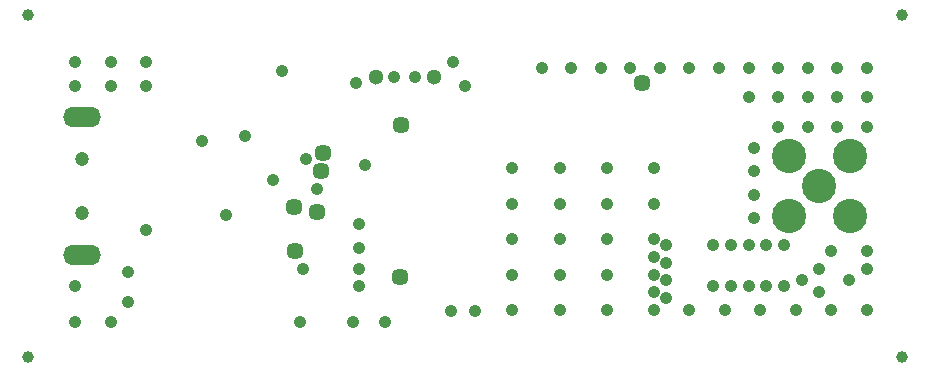
<source format=gbs>
G04*
G04 #@! TF.GenerationSoftware,Altium Limited,Altium Designer,18.1.1 (9)*
G04*
G04 Layer_Color=16711935*
%FSLAX42Y42*%
%MOMM*%
G71*
G01*
G75*
%ADD28C,1.00*%
%ADD29C,1.45*%
%ADD30C,2.90*%
%ADD31C,1.30*%
%ADD32C,1.20*%
%ADD33O,3.20X1.70*%
%ADD34C,1.45*%
%ADD35C,1.05*%
D28*
X7200Y-200D02*
D03*
X-200D02*
D03*
X7200Y2700D02*
D03*
X-200D02*
D03*
D29*
X2960Y1770D02*
D03*
D30*
X6755Y995D02*
D03*
X6245Y1505D02*
D03*
X6755D02*
D03*
X6245Y995D02*
D03*
X6500Y1250D02*
D03*
D31*
X3238Y2175D02*
D03*
X2750D02*
D03*
D32*
X254Y1025D02*
D03*
Y1475D02*
D03*
D33*
Y665D02*
D03*
Y1835D02*
D03*
D34*
X2060Y700D02*
D03*
X2250Y1030D02*
D03*
X2050Y1075D02*
D03*
X5000Y2125D02*
D03*
X2277Y1373D02*
D03*
X2300Y1525D02*
D03*
X2950Y480D02*
D03*
D35*
X2150Y1475D02*
D03*
X2600Y725D02*
D03*
Y925D02*
D03*
X2600Y550D02*
D03*
Y400D02*
D03*
X5600D02*
D03*
X3580Y190D02*
D03*
X1640Y1670D02*
D03*
X2650Y1425D02*
D03*
X650Y525D02*
D03*
X800Y875D02*
D03*
X2250Y1225D02*
D03*
X1875Y1300D02*
D03*
X3500Y2100D02*
D03*
X5100Y350D02*
D03*
Y650D02*
D03*
X2575Y2125D02*
D03*
X3400Y2300D02*
D03*
X3075Y2175D02*
D03*
X2900D02*
D03*
X2825Y100D02*
D03*
X2550D02*
D03*
X2100D02*
D03*
X500D02*
D03*
X200D02*
D03*
Y400D02*
D03*
Y2100D02*
D03*
X500D02*
D03*
X800D02*
D03*
Y2300D02*
D03*
X500D02*
D03*
X200D02*
D03*
X6500Y350D02*
D03*
X6750Y450D02*
D03*
X6900Y700D02*
D03*
Y550D02*
D03*
X4150Y2250D02*
D03*
X4400D02*
D03*
X4650D02*
D03*
X4900D02*
D03*
X5150D02*
D03*
X5400D02*
D03*
X5650D02*
D03*
X5900D02*
D03*
Y2000D02*
D03*
X6150Y2250D02*
D03*
X6400D02*
D03*
X6650D02*
D03*
X6900D02*
D03*
Y2000D02*
D03*
X6650D02*
D03*
X6400D02*
D03*
X6150D02*
D03*
X6900Y1750D02*
D03*
X6650D02*
D03*
X6400D02*
D03*
X6150D02*
D03*
X5200Y750D02*
D03*
Y450D02*
D03*
Y600D02*
D03*
Y300D02*
D03*
X5600Y750D02*
D03*
X6600Y700D02*
D03*
X6500Y550D02*
D03*
X6350Y450D02*
D03*
X6200Y400D02*
D03*
X6050D02*
D03*
X5900D02*
D03*
X5750D02*
D03*
X6200Y750D02*
D03*
X6050D02*
D03*
X5900D02*
D03*
X5750D02*
D03*
X6900Y200D02*
D03*
X6600D02*
D03*
X6300D02*
D03*
X6000D02*
D03*
X5700D02*
D03*
X3380Y190D02*
D03*
X5400Y200D02*
D03*
X5100D02*
D03*
X4700D02*
D03*
X4300D02*
D03*
X3900D02*
D03*
X5100Y500D02*
D03*
X4700D02*
D03*
X4300D02*
D03*
X3900D02*
D03*
X5100Y800D02*
D03*
X4700D02*
D03*
X4300D02*
D03*
X3900D02*
D03*
X5100Y1100D02*
D03*
X4700D02*
D03*
X4300D02*
D03*
X3900D02*
D03*
X5100Y1400D02*
D03*
X4700D02*
D03*
X4300D02*
D03*
X3900D02*
D03*
X1475Y1000D02*
D03*
X1275Y1634D02*
D03*
X1950Y2225D02*
D03*
X5950Y975D02*
D03*
Y1175D02*
D03*
Y1375D02*
D03*
Y1575D02*
D03*
X650Y270D02*
D03*
X2125Y550D02*
D03*
M02*

</source>
